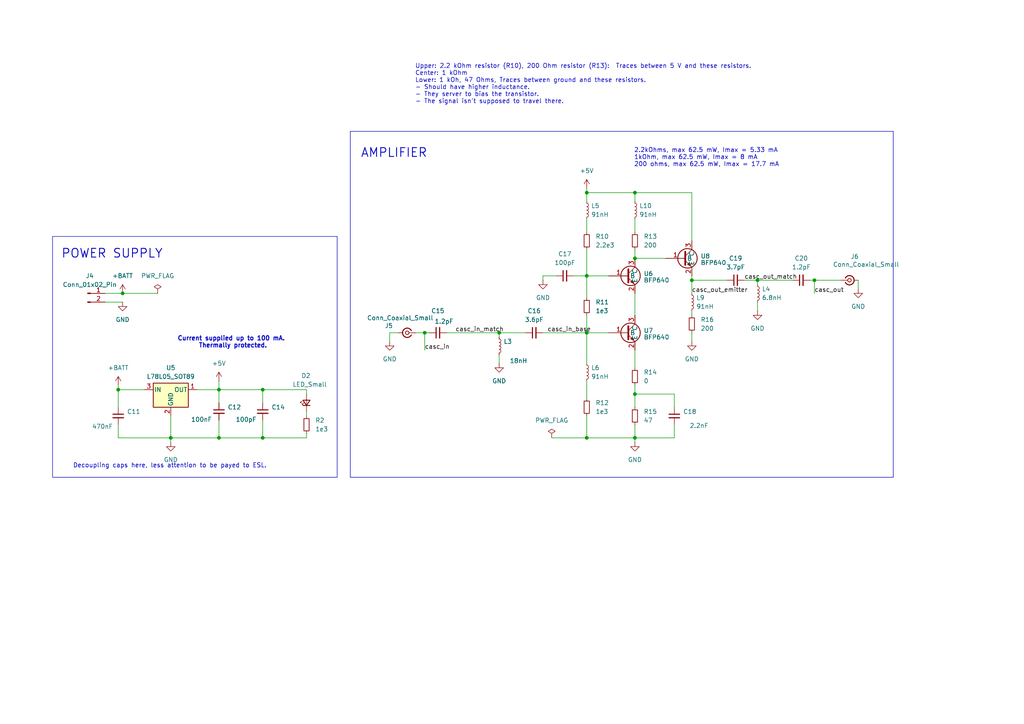
<source format=kicad_sch>
(kicad_sch (version 20231120) (generator "eeschema") (generator_version "8.0")
  (paper "A4")
  (lib_symbols
    (symbol "BFP640_1"
      (property "Reference" "U" (at 4.064 -0.762 0))
      (symbol "BFP640_1_0_1"
        (circle (center -1.27 0) (radius 2.8194) (stroke (width 0.254)))
        (polyline (pts (xy -1.905 0.635) (xy 0 2.54)))
        (polyline (pts (xy -1.905 -0.635) (xy 0 -2.54) (xy 0 -2.54)))
        (polyline (pts (xy -1.905 1.905) (xy -1.905 -1.905) (xy -1.905 -1.905)) (stroke (width 0.508)))
        (polyline (pts (xy -1.27 -1.778) (xy -0.762 -1.27) (xy -0.254 -2.286) (xy -1.27 -1.778) (xy -1.27 -1.778)) (fill (type outline)))
      )
      (symbol "BFP640_1_1_1"
        (pin input line (at -7.62 0 0) (length 5.715) (name "B") (number "1"))
        (pin passive line (at 0 -5.08 90) (length 2.54) (name "E") (number "2"))
        (pin passive line (at 0 5.08 270) (length 2.54) (name "C") (number "3"))
      )
    )
    (symbol "Connector:Conn_01x02_Pin" (pin_names (offset 1.016) hide)
      (property "Reference" "J" (at 0 2.54 0))
      (property "Value" "Conn_01x02_Pin" (at 0 -5.08 0))
      (symbol "Conn_01x02_Pin_1_1"
        (polyline (pts (xy 1.27 -2.54) (xy 0.8636 -2.54)) (stroke (width 0.1524)))
        (polyline (pts (xy 1.27 0) (xy 0.8636 0)) (stroke (width 0.1524)))
        (rectangle (start 0.8636 -2.413) (end 0 -2.667) (stroke (width 0.1524)) (fill (type outline)))
        (rectangle (start 0.8636 0.127) (end 0 -0.127) (stroke (width 0.1524)) (fill (type outline)))
        (pin passive line (at 5.08 0 180) (length 3.81) (name "Pin_1") (number "1"))
        (pin passive line (at 5.08 -2.54 180) (length 3.81) (name "Pin_2") (number "2"))
      )
    )
    (symbol "Connector:Conn_Coaxial_Small" (pin_numbers hide) (pin_names (offset 1.016) hide)
      (property "Reference" "J" (at 0.254 3.048 0))
      (property "Value" "Conn_Coaxial_Small" (at 0 -3.81 0))
      (symbol "Conn_Coaxial_Small_0_1"
        (polyline (pts (xy -2.54 0) (xy -0.508 0)))
        (circle (center 0 0) (radius 0.508) (stroke (width 0.2032)))
      )
      (symbol "Conn_Coaxial_Small_1_1"
        (arc (start -1.1916 -0.6311) (mid 0.327 -1.3081) (end 1.3484 0.0039) (stroke (width 0.3048)))
        (arc (start 1.3484 -0.0039) (mid 0.327 1.3081) (end -1.1916 0.6311) (stroke (width 0.3048)))
        (pin passive line (at -2.54 0 0) (length 1.27) (name "In") (number "1"))
        (pin passive line (at 2.54 0 180) (length 1.27) (name "Ext") (number "2"))
      )
    )
    (symbol "Device:C_Small" (pin_numbers hide) (pin_names (offset 0.254) hide)
      (property "Reference" "C" (at 0.254 1.778 0))
      (property "Value" "C_Small" (at 0.254 -2.032 0))
      (symbol "C_Small_0_1"
        (polyline (pts (xy -1.524 -0.508) (xy 1.524 -0.508)) (stroke (width 0.3302)))
        (polyline (pts (xy -1.524 0.508) (xy 1.524 0.508)) (stroke (width 0.3048)))
      )
      (symbol "C_Small_1_1"
        (pin passive line (at 0 2.54 270) (length 2.032) (name "~") (number "1"))
        (pin passive line (at 0 -2.54 90) (length 2.032) (name "~") (number "2"))
      )
    )
    (symbol "Device:LED_Small" (pin_numbers hide) (pin_names (offset 0.254) hide)
      (property "Reference" "D" (at -1.27 3.175 0))
      (property "Value" "LED_Small" (at -4.445 -2.54 0))
      (symbol "LED_Small_0_1"
        (polyline (pts (xy -0.762 -1.016) (xy -0.762 1.016)) (stroke (width 0.254)))
        (polyline (pts (xy 1.016 0) (xy -0.762 0)))
        (polyline (pts (xy 0.762 -1.016) (xy -0.762 0) (xy 0.762 1.016) (xy 0.762 -1.016)) (stroke (width 0.254)))
        (polyline (pts (xy 0 0.762) (xy -0.508 1.27) (xy -0.254 1.27) (xy -0.508 1.27) (xy -0.508 1.016)))
        (polyline (pts (xy 0.508 1.27) (xy 0 1.778) (xy 0.254 1.778) (xy 0 1.778) (xy 0 1.524)))
      )
      (symbol "LED_Small_1_1"
        (pin passive line (at -2.54 0 0) (length 1.778) (name "K") (number "1"))
        (pin passive line (at 2.54 0 180) (length 1.778) (name "A") (number "2"))
      )
    )
    (symbol "Device:L_Small" (pin_numbers hide) (pin_names (offset 0.254) hide)
      (property "Reference" "L" (at 0.762 1.016 0))
      (property "Value" "L_Small" (at 0.762 -1.016 0))
      (symbol "L_Small_0_1"
        (arc (start 0 -2.032) (mid 0.5058 -1.524) (end 0 -1.016))
        (arc (start 0 -1.016) (mid 0.5058 -0.508) (end 0 0))
        (arc (start 0 0) (mid 0.5058 0.508) (end 0 1.016))
        (arc (start 0 1.016) (mid 0.5058 1.524) (end 0 2.032))
      )
      (symbol "L_Small_1_1"
        (pin passive line (at 0 2.54 270) (length 0.508) (name "~") (number "1"))
        (pin passive line (at 0 -2.54 90) (length 0.508) (name "~") (number "2"))
      )
    )
    (symbol "Device:R_Small" (pin_numbers hide) (pin_names (offset 0.254) hide)
      (property "Reference" "R" (at 0.762 0.508 0))
      (property "Value" "R_Small" (at 0.762 -1.016 0))
      (symbol "R_Small_0_1"
        (rectangle (start -0.762 1.778) (end 0.762 -1.778) (stroke (width 0.2032)))
      )
      (symbol "R_Small_1_1"
        (pin passive line (at 0 2.54 270) (length 0.762) (name "~") (number "1"))
        (pin passive line (at 0 -2.54 90) (length 0.762) (name "~") (number "2"))
      )
    )
    (symbol "Regulator_Linear:L78L05_SOT89" (pin_names (offset 0.254))
      (property "Reference" "U" (at -3.81 3.175 0))
      (property "Value" "L78L05_SOT89" (at -0.635 3.175 0))
      (symbol "L78L05_SOT89_0_1"
        (rectangle (start -5.08 1.905) (end 5.08 -5.08) (stroke (width 0.254)) (fill (type background)))
      )
      (symbol "L78L05_SOT89_1_1"
        (pin power_out line (at 7.62 0 180) (length 2.54) (name "OUT") (number "1"))
        (pin power_in line (at 0 -7.62 90) (length 2.54) (name "GND") (number "2"))
        (pin power_in line (at -7.62 0 0) (length 2.54) (name "IN") (number "3"))
      )
    )
    (symbol "power:+5V" (power) (pin_numbers hide) (pin_names (offset 0) hide)
      (property "Value" "+5V" (at 0 3.556 0))
      (symbol "+5V_0_1"
        (polyline (pts (xy -0.762 1.27) (xy 0 2.54)))
        (polyline (pts (xy 0 0) (xy 0 2.54)))
        (polyline (pts (xy 0 2.54) (xy 0.762 1.27)))
      )
      (symbol "+5V_1_1"
        (pin power_in line (at 0 0 90) (length 0) (name "~") (number "1"))
      )
    )
    (symbol "power:+BATT" (power) (pin_numbers hide) (pin_names (offset 0) hide)
      (property "Value" "+BATT" (at 0 3.556 0))
      (symbol "+BATT_0_1"
        (polyline (pts (xy -0.762 1.27) (xy 0 2.54)))
        (polyline (pts (xy 0 0) (xy 0 2.54)))
        (polyline (pts (xy 0 2.54) (xy 0.762 1.27)))
      )
      (symbol "+BATT_1_1"
        (pin power_in line (at 0 0 90) (length 0) (name "~") (number "1"))
      )
    )
    (symbol "power:GND" (power) (pin_numbers hide) (pin_names (offset 0) hide)
      (property "Value" "GND" (at 0 -3.81 0))
      (symbol "GND_0_1"
        (polyline (pts (xy 0 0) (xy 0 -1.27) (xy 1.27 -1.27) (xy 0 -2.54) (xy -1.27 -1.27) (xy 0 -1.27)))
      )
      (symbol "GND_1_1"
        (pin power_in line (at 0 0 270) (length 0) (name "~") (number "1"))
      )
    )
    (symbol "power:PWR_FLAG" (power) (pin_numbers hide) (pin_names (offset 0) hide)
      (property "Value" "PWR_FLAG" (at 0 3.81 0))
      (symbol "PWR_FLAG_0_0"
        (pin power_out line (at 0 0 90) (length 0) (name "~") (number "1"))
      )
      (symbol "PWR_FLAG_0_1"
        (polyline (pts (xy 0 0) (xy 0 1.27) (xy -1.016 1.905) (xy 0 2.54) (xy 1.016 1.905) (xy 0 1.27)))
      )
    )
  )
  (junction (at 170.18 55.88))
  (junction (at 76.2 113.03))
  (junction (at 170.18 127))
  (junction (at 236.22 81.28))
  (junction (at 144.78 96.52))
  (junction (at 184.15 55.88))
  (junction (at 184.15 114.3))
  (junction (at 63.5 127))
  (junction (at 49.53 127))
  (junction (at 219.71 81.28))
  (junction (at 76.2 127))
  (junction (at 170.18 80.01))
  (junction (at 35.56 85.09))
  (junction (at 34.29 113.03))
  (junction (at 200.66 81.28))
  (junction (at 63.5 113.03))
  (junction (at 184.15 74.93))
  (junction (at 184.15 127))
  (junction (at 170.18 96.52))
  (junction (at 123.19 96.52))
  (wire (pts (xy 160.02 127) (xy 170.18 127)))
  (wire (pts (xy 170.18 55.88) (xy 170.18 58.42)))
  (wire (pts (xy 170.18 110.49) (xy 170.18 115.57)))
  (wire (pts (xy 200.66 81.28) (xy 210.82 81.28)))
  (wire (pts (xy 184.15 55.88) (xy 184.15 58.42)))
  (wire (pts (xy 170.18 63.5) (xy 170.18 67.31)))
  (wire (pts (xy 113.03 96.52) (xy 115.57 96.52)))
  (wire (pts (xy 113.03 99.06) (xy 113.03 96.52)))
  (wire (pts (xy 157.48 96.52) (xy 170.18 96.52)))
  (wire (pts (xy 184.15 72.39) (xy 184.15 74.93)))
  (wire (pts (xy 123.19 96.52) (xy 120.65 96.52)))
  (wire (pts (xy 123.19 96.52) (xy 124.46 96.52)))
  (wire (pts (xy 184.15 101.6) (xy 184.15 106.68)))
  (wire (pts (xy 184.15 114.3) (xy 184.15 118.11)))
  (wire (pts (xy 76.2 113.03) (xy 88.9 113.03)))
  (wire (pts (xy 63.5 110.49) (xy 63.5 113.03)))
  (wire (pts (xy 200.66 96.52) (xy 200.66 99.06)))
  (wire (pts (xy 184.15 127) (xy 195.58 127)))
  (wire (pts (xy 236.22 85.09) (xy 236.22 81.28)))
  (wire (pts (xy 161.29 80.01) (xy 157.48 80.01)))
  (wire (pts (xy 88.9 114.3) (xy 88.9 113.03)))
  (wire (pts (xy 63.5 113.03) (xy 76.2 113.03)))
  (wire (pts (xy 157.48 80.01) (xy 157.48 81.28)))
  (wire (pts (xy 63.5 127) (xy 76.2 127)))
  (wire (pts (xy 219.71 81.28) (xy 219.71 82.55)))
  (wire (pts (xy 195.58 123.19) (xy 195.58 127)))
  (wire (pts (xy 170.18 80.01) (xy 176.53 80.01)))
  (wire (pts (xy 236.22 81.28) (xy 243.84 81.28)))
  (wire (pts (xy 170.18 86.36) (xy 170.18 80.01)))
  (wire (pts (xy 35.56 85.09) (xy 45.72 85.09)))
  (wire (pts (xy 166.37 80.01) (xy 170.18 80.01)))
  (wire (pts (xy 144.78 96.52) (xy 144.78 97.79)))
  (wire (pts (xy 57.15 113.03) (xy 63.5 113.03)))
  (wire (pts (xy 88.9 125.73) (xy 88.9 127)))
  (wire (pts (xy 195.58 114.3) (xy 195.58 118.11)))
  (wire (pts (xy 170.18 54.61) (xy 170.18 55.88)))
  (wire (pts (xy 41.91 113.03) (xy 34.29 113.03)))
  (wire (pts (xy 200.66 90.17) (xy 200.66 91.44)))
  (wire (pts (xy 200.66 80.01) (xy 200.66 81.28)))
  (wire (pts (xy 34.29 111.76) (xy 34.29 113.03)))
  (wire (pts (xy 234.95 81.28) (xy 236.22 81.28)))
  (wire (pts (xy 49.53 128.27) (xy 49.53 127)))
  (wire (pts (xy 63.5 121.92) (xy 63.5 127)))
  (wire (pts (xy 34.29 127) (xy 49.53 127)))
  (wire (pts (xy 30.48 87.63) (xy 35.56 87.63)))
  (wire (pts (xy 248.92 81.28) (xy 248.92 83.82)))
  (wire (pts (xy 49.53 127) (xy 63.5 127)))
  (wire (pts (xy 49.53 120.65) (xy 49.53 127)))
  (wire (pts (xy 170.18 96.52) (xy 170.18 105.41)))
  (wire (pts (xy 76.2 116.84) (xy 76.2 113.03)))
  (wire (pts (xy 34.29 123.19) (xy 34.29 127)))
  (wire (pts (xy 184.15 55.88) (xy 200.66 55.88)))
  (wire (pts (xy 170.18 91.44) (xy 170.18 96.52)))
  (wire (pts (xy 184.15 123.19) (xy 184.15 127)))
  (wire (pts (xy 184.15 127) (xy 184.15 128.27)))
  (wire (pts (xy 144.78 102.87) (xy 144.78 105.41)))
  (wire (pts (xy 184.15 85.09) (xy 184.15 91.44)))
  (wire (pts (xy 184.15 111.76) (xy 184.15 114.3)))
  (wire (pts (xy 170.18 127) (xy 184.15 127)))
  (wire (pts (xy 88.9 119.38) (xy 88.9 120.65)))
  (wire (pts (xy 30.48 85.09) (xy 35.56 85.09)))
  (wire (pts (xy 76.2 121.92) (xy 76.2 127)))
  (wire (pts (xy 200.66 81.28) (xy 200.66 85.09)))
  (wire (pts (xy 34.29 113.03) (xy 34.29 118.11)))
  (wire (pts (xy 123.19 101.6) (xy 123.19 96.52)))
  (wire (pts (xy 170.18 120.65) (xy 170.18 127)))
  (wire (pts (xy 170.18 55.88) (xy 184.15 55.88)))
  (wire (pts (xy 170.18 96.52) (xy 176.53 96.52)))
  (wire (pts (xy 215.9 81.28) (xy 219.71 81.28)))
  (wire (pts (xy 184.15 74.93) (xy 193.04 74.93)))
  (wire (pts (xy 184.15 63.5) (xy 184.15 67.31)))
  (wire (pts (xy 219.71 81.28) (xy 229.87 81.28)))
  (wire (pts (xy 144.78 96.52) (xy 152.4 96.52)))
  (wire (pts (xy 184.15 114.3) (xy 195.58 114.3)))
  (wire (pts (xy 170.18 80.01) (xy 170.18 72.39)))
  (wire (pts (xy 63.5 116.84) (xy 63.5 113.03)))
  (wire (pts (xy 219.71 87.63) (xy 219.71 90.17)))
  (wire (pts (xy 129.54 96.52) (xy 144.78 96.52)))
  (wire (pts (xy 76.2 127) (xy 88.9 127)))
  (wire (pts (xy 200.66 55.88) (xy 200.66 69.85)))
  (rectangle (start 15.24 68.58) (end 97.79 138.43))
  (rectangle (start 101.6 38.1) (end 259.08 138.43))
  (text "AMPLIFIER\n" (at 114.3 44.45 0) (effects (font (size 2.54 2.54) (thickness 0.254) (bold yes))))
  (text "2.2kOhms, max 62.5 mW, Imax = 5.33 mA \n1kOhm, max 62.5 mW, Imax = 8 mA\n200 ohms, max 62.5 mW, Imax = 17.7 mA" (at 183.896 45.72 0) (effects (font (size 1.27 1.27) (thickness 0.1588)) (justify left)))
  (text "Upper: 2.2 kOhm resistor (R10), 200 Ohm resistor (R13):  Traces between 5 V and these resistors.\nCenter: 1 kOhm\nLower: 1 kOh, 47 Ohms, Traces between ground and these resistors.\n- Should have higher inductance.\n- They server to bias the transistor.\n- The signal isn't supposed to travel there." (at 120.396 24.384 0) (effects (font (size 1.27 1.27)) (justify left)))
  (text "Current supplied up to 100 mA. \nThermally protected." (at 67.564 99.314 0) (effects (font (size 1.27 1.27) (thickness 0.254) (bold yes))))
  (text "Decoupling caps here, less attention to be payed to ESL." (at 49.276 135.128 0) (effects (font (size 1.27 1.27) (thickness 0.1588))))
  (text "POWER SUPPLY" (at 32.512 73.66 0) (effects (font (size 2.54 2.54) (thickness 0.254) (bold yes))))
  (label "casc_in" (at 123.19 101.6 0))
  (label "casc_out" (at 236.22 85.09 0))
  (label "casc_in_match" (at 132.08 96.52 0))
  (label "casc_in_base" (at 158.75 96.52 0))
  (label "casc_out_emitter" (at 200.66 85.09 0))
  (label "casc_out_match" (at 215.9 81.28 0))
  (symbol (lib_id "Device:C_Small") (at 163.83 80.01 90) (unit 1)
    (property "Reference" "C17" (at 163.8363 73.66 90))
    (property "Value" "100pF" (at 163.8363 76.2 90))
    (property "Footprint" "Capacitor_SMD:C_0402_1005Metric" (effects (hide yes)))
    (property "Datasheet" "https://www.lcsc.com/datasheet/lcsc_datasheet_2304140030_FH--Guangdong-Fenghua-Advanced-Tech-0402CG101J500NT_C1546.pdf" (effects (hide yes)))
    (property "Description" "Unpolarized capacitor, small symbol" (effects (hide yes)))
    (property "LCSC Part Number" "C1546" (effects (hide yes)))
    (property "Manufacturing Part Number" "0402CG101J500NT" (effects (hide yes)))
  )
  (symbol (lib_id "Device:R_Small") (at 200.66 93.98 0) (unit 1)
    (property "Reference" "R16" (at 203.2 92.7099 0) (effects (justify left)))
    (property "Value" "200" (at 203.2 95.2499 0) (effects (justify left)))
    (property "Footprint" "Resistor_SMD:R_0402_1005Metric" (effects (hide yes)))
    (property "Datasheet" "https://www.lcsc.com/datasheet/lcsc_datasheet_2206010216_UNI-ROYAL-Uniroyal-Elec-0402WGF0000TCE_C17168.pdf" (effects (hide yes)))
    (property "Description" "Resistor, small symbol" (effects (hide yes)))
    (property "LCSC Part Number" "C25091" (effects (hide yes)))
    (property "Manufacturing Part Number" "0402WGF2200TCE" (effects (hide yes)))
  )
  (symbol (lib_id "power:GND") (at 157.48 81.28 0) (unit 1)
    (property "Reference" "#PWR021" (effects (hide yes)))
    (property "Value" "GND" (at 157.48 86.36 0))
    (property "Description" "Power symbol creates a global label with name \"GND\" , ground" (effects (hide yes)))
  )
  (symbol (lib_id "power:GND") (at 248.92 83.82 0) (unit 1)
    (property "Reference" "#PWR026" (effects (hide yes)))
    (property "Value" "GND" (at 248.92 88.9 0))
    (property "Description" "Power symbol creates a global label with name \"GND\" , ground" (effects (hide yes)))
  )
  (symbol (lib_id "Device:L_Small") (at 184.15 60.96 0) (unit 1)
    (property "Reference" "L10" (at 185.42 59.6899 0) (effects (justify left)))
    (property "Value" "91nH" (at 185.42 62.2299 0) (effects (justify left)))
    (property "Footprint" "Inductor_SMD:L_0603_1608Metric" (effects (hide yes)))
    (property "Datasheet" "https://www.lcsc.com/datasheet/lcsc_datasheet_2304140030_Murata-Electronics-LQW18AN91NG0ZD_C237546.pdf" (effects (hide yes)))
    (property "Description" "Inductor, small symbol" (effects (hide yes)))
    (property "LCSC Part Number" "C237546" (effects (hide yes)))
    (property "Manufacturing Part Number" "LQW18AN91NG0ZD" (effects (hide yes)))
  )
  (symbol (lib_id "Connector:Conn_01x02_Pin") (at 25.4 85.09 0) (unit 1)
    (property "Reference" "J4" (at 26.035 80.01 0))
    (property "Value" "Conn_01x02_Pin" (at 26.035 82.55 0))
    (property "Footprint" "Connector_Wire:SolderWire-0.25sqmm_1x02_P4.2mm_D0.65mm_OD1.7mm" (effects (hide yes)))
    (property "Description" "Generic connector, single row, 01x02, script generated" (effects (hide yes)))
  )
  (symbol (lib_id "Device:C_Small") (at 34.29 120.65 0) (unit 1)
    (property "Reference" "C11" (at 36.83 119.3862 0) (effects (justify left)))
    (property "Value" "470nF" (at 26.67 123.698 0) (effects (justify left)))
    (property "Footprint" "Capacitor_SMD:C_0603_1608Metric" (effects (hide yes)))
    (property "Datasheet" "https://www.lcsc.com/datasheet/lcsc_datasheet_2304140030_Samsung-Electro-Mechanics-CL10B474KA8NNNC_C1623.pdf" (effects (hide yes)))
    (property "Description" "Unpolarized capacitor, small symbol" (effects (hide yes)))
    (property "LCSC Part Number" "C1623" (effects (hide yes)))
    (property "Manufacturing Part Number" "CL10B474KA8NNNC" (effects (hide yes)))
  )
  (symbol (lib_id "Device:L_Small") (at 170.18 60.96 0) (unit 1)
    (property "Reference" "L5" (at 171.45 59.6899 0) (effects (justify left)))
    (property "Value" "91nH" (at 171.45 62.2299 0) (effects (justify left)))
    (property "Footprint" "Inductor_SMD:L_0603_1608Metric" (effects (hide yes)))
    (property "Datasheet" "https://www.lcsc.com/datasheet/lcsc_datasheet_2304140030_Murata-Electronics-LQW18AN91NG0ZD_C237546.pdf" (effects (hide yes)))
    (property "Description" "Inductor, small symbol" (effects (hide yes)))
    (property "LCSC Part Number" "C237546" (effects (hide yes)))
    (property "Manufacturing Part Number" "LQW18AN91NG0ZD" (effects (hide yes)))
  )
  (symbol (lib_id "Device:L_Small") (at 219.71 85.09 0) (unit 1)
    (property "Reference" "L4" (at 220.98 83.8199 0) (effects (justify left)))
    (property "Value" "6.8nH" (at 220.98 86.3599 0) (effects (justify left)))
    (property "Footprint" "Inductor_SMD:L_0402_1005Metric" (effects (hide yes)))
    (property "Datasheet" "https://media.digikey.com/pdf/Data%20Sheets/Shenzhen%20Sunlord/SDCL-D.pdf" (effects (hide yes)))
    (property "Description" "Inductor, small symbol" (effects (hide yes)))
    (property "LCSC Part Number" "C32041" (effects (hide yes)))
    (property "Manufacturing Part Number" "SDCL1005C6N8JTDF" (effects (hide yes)))
  )
  (symbol (lib_id "Device:C_Small") (at 127 96.52 90) (unit 1)
    (property "Reference" "C15" (at 127.0063 90.17 90))
    (property "Value" "1.2pF" (at 128.778 93.218 90))
    (property "Footprint" "Capacitor_SMD:C_0402_1005Metric" (effects (hide yes)))
    (property "Datasheet" "https://wmsc.lcsc.com/wmsc/upload/file/pdf/v2/lcsc/1811081710_Murata-Electronics-GJM1555C1H1R2WB01D_C76899.pdf" (effects (hide yes)))
    (property "Description" "Unpolarized capacitor, small symbol" (effects (hide yes)))
    (property "LCSC Part Number" "C76899" (effects (hide yes)))
    (property "Manufacturing Part Number" "GJM1555C1H1R2WB01D" (effects (hide yes)))
  )
  (symbol (lib_id "power:PWR_FLAG") (at 45.72 85.09 0) (unit 1)
    (property "Reference" "#FLG03" (effects (hide yes)))
    (property "Value" "PWR_FLAG" (at 45.72 80.01 0))
    (property "Description" "Special symbol for telling ERC where power comes from" (effects (hide yes)))
  )
  (symbol (lib_id "power:PWR_FLAG") (at 160.02 127 0) (unit 1)
    (property "Reference" "#FLG04" (effects (hide yes)))
    (property "Value" "PWR_FLAG" (at 160.02 121.92 0))
    (property "Description" "Special symbol for telling ERC where power comes from" (effects (hide yes)))
  )
  (symbol (lib_id "power:+5V") (at 170.18 54.61 0) (unit 1)
    (property "Reference" "#PWR022" (effects (hide yes)))
    (property "Value" "+5V" (at 170.18 49.53 0))
    (property "Description" "Power symbol creates a global label with name \"+5V\"" (effects (hide yes)))
  )
  (symbol (lib_id "power:+BATT") (at 35.56 85.09 0) (unit 1)
    (property "Reference" "#PWR015" (effects (hide yes)))
    (property "Value" "+BATT" (at 35.56 80.01 0))
    (property "Description" "Power symbol creates a global label with name \"+BATT\"" (effects (hide yes)))
  )
  (symbol (lib_id "Device:L_Small") (at 200.66 87.63 0) (unit 1)
    (property "Reference" "L9" (at 201.93 86.3599 0) (effects (justify left)))
    (property "Value" "91nH" (at 201.93 88.8999 0) (effects (justify left)))
    (property "Footprint" "Inductor_SMD:L_0603_1608Metric" (effects (hide yes)))
    (property "Datasheet" "https://www.lcsc.com/datasheet/lcsc_datasheet_2304140030_Murata-Electronics-LQW18AN91NG0ZD_C237546.pdf" (effects (hide yes)))
    (property "Description" "Inductor, small symbol" (effects (hide yes)))
    (property "LCSC Part Number" "C237546" (effects (hide yes)))
    (property "Manufacturing Part Number" "LQW18AN91NG0ZD" (effects (hide yes)))
  )
  (symbol (lib_id "Device:C_Small") (at 154.94 96.52 90) (unit 1)
    (property "Reference" "C16" (at 154.9463 90.17 90))
    (property "Value" "3.6pF" (at 154.9463 92.71 90))
    (property "Footprint" "Capacitor_SMD:C_0402_1005Metric" (effects (hide yes)))
    (property "Datasheet" "https://www.lcsc.com/datasheet/lcsc_datasheet_1811081521_Murata-Electronics-GJM1555C1H3R6WB01D_C161321.pdf" (effects (hide yes)))
    (property "Description" "Unpolarized capacitor, small symbol" (effects (hide yes)))
    (property "LCSC Part Number" "C161321" (effects (hide yes)))
    (property "Manufacturing Part Number" "GJM1555C1H3R6WB01D" (effects (hide yes)))
  )
  (symbol (lib_id "power:GND") (at 184.15 128.27 0) (unit 1)
    (property "Reference" "#PWR023" (effects (hide yes)))
    (property "Value" "GND" (at 184.15 133.35 0))
    (property "Description" "Power symbol creates a global label with name \"GND\" , ground" (effects (hide yes)))
  )
  (symbol (lib_id "Device:R_Small") (at 184.15 120.65 0) (unit 1)
    (property "Reference" "R15" (at 186.69 119.3799 0) (effects (justify left)))
    (property "Value" "47" (at 186.69 121.9199 0) (effects (justify left)))
    (property "Footprint" "Capacitor_SMD:C_0402_1005Metric" (effects (hide yes)))
    (property "Datasheet" "https://www.lcsc.com/datasheet/lcsc_datasheet_2206010216_UNI-ROYAL-Uniroyal-Elec-0402WGF0000TCE_C17168.pdf" (effects (hide yes)))
    (property "Description" "Resistor, small symbol" (effects (hide yes)))
    (property "LCSC Part Number" "C4109" (effects (hide yes)))
    (property "Manufacturing Part Number" "0402WGF2001TCE" (effects (hide yes)))
  )
  (symbol (lib_id "Device:C_Small") (at 213.36 81.28 90) (unit 1)
    (property "Reference" "C19" (at 213.3663 74.93 90))
    (property "Value" "3.7pF" (at 213.3663 77.47 90))
    (property "Footprint" "Capacitor_SMD:C_0402_1005Metric" (effects (hide yes)))
    (property "Datasheet" "https://www.lcsc.com/datasheet/lcsc_datasheet_1811081521_Murata-Electronics-GJM1555C1H3R6WB01D_C161321.pdf" (effects (hide yes)))
    (property "Description" "Unpolarized capacitor, small symbol" (effects (hide yes)))
    (property "LCSC Part Number" "C161321" (effects (hide yes)))
    (property "Manufacturing Part Number" "GJM1555C1H3R6WB01D" (effects (hide yes)))
  )
  (symbol (lib_id "Device:LED_Small") (at 88.9 116.84 90) (unit 1)
    (property "Reference" "D2" (at 87.376 108.966 90) (effects (justify right)))
    (property "Value" "LED_Small" (at 84.836 111.506 90) (effects (justify right)))
    (property "Footprint" "LED_SMD:LED_0603_1608Metric" (effects (hide yes)))
    (property "Datasheet" "https://jlcpcb.com/api/file/downloadByFileSystemAccessId/8550723991833485312" (effects (hide yes)))
    (property "Description" "Light emitting diode, small symbol" (effects (hide yes)))
    (property "LCSC Part Number" "C2286" (effects (hide yes)))
    (property "Manufacturing Part Number" "KT-0603R" (effects (hide yes)))
  )
  (symbol (lib_id "power:GND") (at 49.53 128.27 0) (unit 1)
    (property "Reference" "#PWR017" (effects (hide yes)))
    (property "Value" "GND" (at 49.53 133.35 0))
    (property "Description" "Power symbol creates a global label with name \"GND\" , ground" (effects (hide yes)))
  )
  (symbol (lib_id "Device:C_Small") (at 76.2 119.38 0) (unit 1)
    (property "Reference" "C14" (at 78.74 118.1162 0) (effects (justify left)))
    (property "Value" "100pF" (at 74.422 121.666 0) (effects (justify right)))
    (property "Footprint" "Capacitor_SMD:C_0402_1005Metric" (effects (hide yes)))
    (property "Datasheet" "https://www.lcsc.com/datasheet/lcsc_datasheet_2304140030_Samsung-Electro-Mechanics-CL10C101JB8NNNC_C14858.pdf" (effects (hide yes)))
    (property "Description" "Unpolarized capacitor, small symbol" (effects (hide yes)))
    (property "LCSC Part Number" "C1546" (effects (hide yes)))
    (property "Manufacturing Part Number" "0402CG101J500NT" (effects (hide yes)))
  )
  (symbol (lib_id "Device:R_Small") (at 170.18 69.85 0) (unit 1)
    (property "Reference" "R10" (at 172.72 68.5799 0) (effects (justify left)))
    (property "Value" "2.2e3" (at 172.72 71.1199 0) (effects (justify left)))
    (property "Footprint" "Resistor_SMD:R_0402_1005Metric" (effects (hide yes)))
    (property "Datasheet" "https://www.lcsc.com/datasheet/lcsc_datasheet_2206010045_UNI-ROYAL-Uniroyal-Elec-0402WGF2201TCE_C25879.pdf" (effects (hide yes)))
    (property "Description" "Resistor, small symbol" (effects (hide yes)))
    (property "LCSC Part Number" "C25879" (effects (hide yes)))
    (property "Manufacturing Part Number" "0402WGF2201TCE" (effects (hide yes)))
  )
  (symbol (lib_id "Device:R_Small") (at 184.15 69.85 0) (unit 1)
    (property "Reference" "R13" (at 186.69 68.5799 0) (effects (justify left)))
    (property "Value" "200" (at 186.69 71.1199 0) (effects (justify left)))
    (property "Footprint" "Resistor_SMD:R_0402_1005Metric" (effects (hide yes)))
    (property "Datasheet" "https://www.lcsc.com/datasheet/lcsc_datasheet_2206010216_UNI-ROYAL-Uniroyal-Elec-0402WGF0000TCE_C17168.pdf" (effects (hide yes)))
    (property "Description" "Resistor, small symbol" (effects (hide yes)))
    (property "LCSC Part Number" "C25091" (effects (hide yes)))
    (property "Manufacturing Part Number" "0402WGF2200TCE" (effects (hide yes)))
  )
  (symbol (lib_id "power:+5V") (at 63.5 110.49 0) (unit 1)
    (property "Reference" "#PWR018" (effects (hide yes)))
    (property "Value" "+5V" (at 63.5 105.41 0))
    (property "Description" "Power symbol creates a global label with name \"+5V\"" (effects (hide yes)))
  )
  (symbol (lib_id "Device:C_Small") (at 63.5 119.38 0) (unit 1)
    (property "Reference" "C12" (at 66.04 118.1162 0) (effects (justify left)))
    (property "Value" "100nF" (at 61.468 121.666 0) (effects (justify right)))
    (property "Footprint" "Capacitor_SMD:C_0402_1005Metric" (effects (hide yes)))
    (property "Datasheet" "https://www.lcsc.com/datasheet/lcsc_datasheet_2304140030_Samsung-Electro-Mechanics-CL05B104KO5NNNC_C1525.pdf" (effects (hide yes)))
    (property "Description" "Unpolarized capacitor, small symbol" (effects (hide yes)))
    (property "LCSC Part Number" "C1525" (effects (hide yes)))
    (property "Manufacturing Part Number" "CL05B104KO5NNNC" (effects (hide yes)))
  )
  (symbol (lib_id "Connector:Conn_Coaxial_Small") (at 246.38 81.28 0) (unit 1)
    (property "Reference" "J6" (at 247.904 74.422 0))
    (property "Value" "Conn_Coaxial_Small" (at 251.206 76.708 0))
    (property "Footprint" "Library:SMA_Amphenol_901-143_Vertical" (effects (hide yes)))
    (property "Datasheet" "https://www.lcsc.com/datasheet/lcsc_datasheet_2405210917_BAT-WIRELESS-BWSMA-KE-Z001_C496549.pdf" (effects (hide yes)))
    (property "Description" "small coaxial connector (BNC, SMA, SMB, SMC, Cinch/RCA, LEMO, ...)" (effects (hide yes)))
    (property "LCSC Part Number" "C496549" (effects (hide yes)))
    (property "Manufacturing Part Number" "BWSMA-KE-Z001" (effects (hide yes)))
  )
  (symbol (lib_id "power:+BATT") (at 34.29 111.76 0) (unit 1)
    (property "Reference" "#PWR014" (effects (hide yes)))
    (property "Value" "+BATT" (at 34.29 106.68 0))
    (property "Description" "Power symbol creates a global label with name \"+BATT\"" (effects (hide yes)))
  )
  (symbol (lib_id "power:GND") (at 200.66 99.06 0) (unit 1)
    (property "Reference" "#PWR024" (effects (hide yes)))
    (property "Value" "GND" (at 200.66 104.14 0))
    (property "Description" "Power symbol creates a global label with name \"GND\" , ground" (effects (hide yes)))
  )
  (symbol (lib_id "Device:C_Small") (at 232.41 81.28 90) (unit 1)
    (property "Reference" "C20" (at 232.4163 74.93 90))
    (property "Value" "1.2pF" (at 232.4163 77.47 90))
    (property "Footprint" "Capacitor_SMD:C_0402_1005Metric" (effects (hide yes)))
    (property "Datasheet" "https://wmsc.lcsc.com/wmsc/upload/file/pdf/v2/lcsc/1811081710_Murata-Electronics-GJM1555C1H1R2WB01D_C76899.pdf" (effects (hide yes)))
    (property "Description" "Unpolarized capacitor, small symbol" (effects (hide yes)))
    (property "LCSC Part Number" "C76899" (effects (hide yes)))
    (property "Manufacturing Part Number" "GJM1555C1H1R2WB01D" (effects (hide yes)))
  )
  (symbol (lib_id "Device:L_Small") (at 170.18 107.95 0) (unit 1)
    (property "Reference" "L6" (at 171.45 106.6799 0) (effects (justify left)))
    (property "Value" "91nH" (at 171.45 109.2199 0) (effects (justify left)))
    (property "Footprint" "Inductor_SMD:L_0603_1608Metric" (effects (hide yes)))
    (property "Datasheet" "https://www.lcsc.com/datasheet/lcsc_datasheet_2304140030_Murata-Electronics-LQW18AN91NG0ZD_C237546.pdf" (effects (hide yes)))
    (property "Description" "Inductor, small symbol" (effects (hide yes)))
    (property "LCSC Part Number" "C237546" (effects (hide yes)))
    (property "Manufacturing Part Number" "LQW18AN91NG0ZD" (effects (hide yes)))
  )
  (symbol (lib_id "Connector:Conn_Coaxial_Small") (at 118.11 96.52 180) (unit 1)
    (property "Reference" "J5" (at 112.776 94.488 0))
    (property "Value" "Conn_Coaxial_Small" (at 116.078 92.202 0))
    (property "Footprint" "Library:SMA_Amphenol_901-143_Vertical" (effects (hide yes)))
    (property "Datasheet" "https://www.lcsc.com/datasheet/lcsc_datasheet_2405210917_BAT-WIRELESS-BWSMA-KE-Z001_C496549.pdf" (effects (hide yes)))
    (property "Description" "small coaxial connector (BNC, SMA, SMB, SMC, Cinch/RCA, LEMO, ...)" (effects (hide yes)))
    (property "LCSC Part Number" "C496549" (effects (hide yes)))
    (property "Manufacturing Part Number" "BWSMA-KE-Z001" (effects (hide yes)))
  )
  (symbol (lib_id "power:GND") (at 113.03 99.06 0) (unit 1)
    (property "Reference" "#PWR019" (effects (hide yes)))
    (property "Value" "GND" (at 113.03 104.14 0))
    (property "Description" "Power symbol creates a global label with name \"GND\" , ground" (effects (hide yes)))
  )
  (symbol (lib_id "Device:L_Small") (at 144.78 100.33 0) (unit 1)
    (property "Reference" "L3" (at 146.05 99.0599 0) (effects (justify left)))
    (property "Value" "18nH" (at 147.828 104.648 0) (effects (justify left)))
    (property "Footprint" "Inductor_SMD:L_0402_1005Metric" (effects (hide yes)))
    (property "Datasheet" "https://media.digikey.com/pdf/Data%20Sheets/Shenzhen%20Sunlord/SDCL-D.pdf" (effects (hide yes)))
    (property "Description" "Inductor, small symbol" (effects (hide yes)))
    (property "LCSC Part Number" "C24562" (effects (hide yes)))
    (property "Manufacturing Part Number" "SDCL1005C18NJTDF" (effects (hide yes)))
  )
  (symbol (lib_name "BFP640_1") (lib_id "rf_lna:BFP640") (at 200.66 74.93 0) (unit 1)
    (property "Reference" "U8" (at 203.2 74.2949 0) (effects (justify left)))
    (property "Value" "BFP640" (at 203.2 76.2 0) (effects (justify left)))
    (property "Footprint" "Library:BFP640" (effects (hide yes)))
    (property "Datasheet" "https://www.lcsc.com/datasheet/lcsc_datasheet_2304140030_Infineon-Technologies-BFP640H6327_C439781.pdf" (effects (hide yes)))
    (property "LCSC Part Number" "C439781" (effects (hide yes)))
    (property "Manufacturing Part Number" "BFP640H6327" (effects (hide yes)))
  )
  (symbol (lib_id "Device:R_Small") (at 170.18 118.11 0) (unit 1)
    (property "Reference" "R12" (at 172.72 116.8399 0) (effects (justify left)))
    (property "Value" "1e3" (at 172.72 119.3799 0) (effects (justify left)))
    (property "Footprint" "Resistor_SMD:R_0402_1005Metric" (effects (hide yes)))
    (property "Datasheet" "https://www.lcsc.com/datasheet/lcsc_datasheet_2206010216_UNI-ROYAL-Uniroyal-Elec-0402WGF0000TCE_C17168.pdf" (effects (hide yes)))
    (property "Description" "Resistor, small symbol" (effects (hide yes)))
    (property "Manufacturing Part Number" "0402WGF1001TCE" (effects (hide yes)))
    (property "LCSC Part Number" "C11702" (effects (hide yes)))
  )
  (symbol (lib_id "Device:R_Small") (at 170.18 88.9 0) (unit 1)
    (property "Reference" "R11" (at 172.72 87.6299 0) (effects (justify left)))
    (property "Value" "1e3" (at 172.72 90.1699 0) (effects (justify left)))
    (property "Footprint" "Resistor_SMD:R_0402_1005Metric" (effects (hide yes)))
    (property "Datasheet" "https://www.lcsc.com/datasheet/lcsc_datasheet_2206010216_UNI-ROYAL-Uniroyal-Elec-0402WGF0000TCE_C17168.pdf" (effects (hide yes)))
    (property "Description" "Resistor, small symbol" (effects (hide yes)))
    (property "Manufacturing Part Number" "0402WGF1001TCE" (effects (hide yes)))
    (property "LCSC Part Number" "C11702" (effects (hide yes)))
  )
  (symbol (lib_id "power:GND") (at 144.78 105.41 0) (unit 1)
    (property "Reference" "#PWR020" (effects (hide yes)))
    (property "Value" "GND" (at 144.78 110.49 0))
    (property "Description" "Power symbol creates a global label with name \"GND\" , ground" (effects (hide yes)))
  )
  (symbol (lib_id "power:GND") (at 219.71 90.17 0) (unit 1)
    (property "Reference" "#PWR025" (effects (hide yes)))
    (property "Value" "GND" (at 219.71 95.25 0))
    (property "Description" "Power symbol creates a global label with name \"GND\" , ground" (effects (hide yes)))
  )
  (symbol (lib_id "Device:C_Small") (at 195.58 120.65 0) (unit 1)
    (property "Reference" "C18" (at 198.12 119.3862 0) (effects (justify left)))
    (property "Value" "2.2nF" (at 205.486 123.444 0) (effects (justify right)))
    (property "Footprint" "Capacitor_SMD:C_0805_2012Metric" (effects (hide yes)))
    (property "Datasheet" "https://www.lcsc.com/datasheet/lcsc_datasheet_2304140030_Samsung-Electro-Mechanics-CL21C222JBFNNNE_C28260.pdf" (effects (hide yes)))
    (property "Description" "Unpolarized capacitor, small symbol" (effects (hide yes)))
    (property "LCSC Part Number" "C28260" (effects (hide yes)))
    (property "Manufacturing Part Number" "CL21C222JBFNNNE" (effects (hide yes)))
  )
  (symbol (lib_name "BFP640_1") (lib_id "rf_lna:BFP640") (at 184.15 80.01 0) (unit 1)
    (property "Reference" "U6" (at 186.69 79.3749 0) (effects (justify left)))
    (property "Value" "BFP640" (at 186.69 81.28 0) (effects (justify left)))
    (property "Footprint" "Library:BFP640" (effects (hide yes)))
    (property "Datasheet" "https://www.lcsc.com/datasheet/lcsc_datasheet_2304140030_Infineon-Technologies-BFP640H6327_C439781.pdf" (effects (hide yes)))
    (property "LCSC Part Number" "C439781" (effects (hide yes)))
    (property "Manufacturing Part Number" "BFP640H6327" (effects (hide yes)))
  )
  (symbol (lib_id "Device:R_Small") (at 88.9 123.19 0) (unit 1)
    (property "Reference" "R2" (at 91.44 121.9199 0) (effects (justify left)))
    (property "Value" "1e3" (at 91.44 124.4599 0) (effects (justify left)))
    (property "Footprint" "Resistor_SMD:R_0402_1005Metric" (effects (hide yes)))
    (property "Datasheet" "https://www.lcsc.com/datasheet/lcsc_datasheet_2206010216_UNI-ROYAL-Uniroyal-Elec-0402WGF0000TCE_C17168.pdf" (effects (hide yes)))
    (property "Description" "Resistor, small symbol" (effects (hide yes)))
    (property "Manufacturing Part Number" "0402WGF1001TCE" (effects (hide yes)))
    (property "LCSC Part Number" "C11702" (effects (hide yes)))
  )
  (symbol (lib_name "BFP640_1") (lib_id "rf_lna:BFP640") (at 184.15 96.52 0) (unit 1)
    (property "Reference" "U7" (at 186.69 95.8849 0) (effects (justify left)))
    (property "Value" "BFP640" (at 186.69 97.79 0) (effects (justify left)))
    (property "Footprint" "Library:BFP640" (effects (hide yes)))
    (property "Datasheet" "https://www.lcsc.com/datasheet/lcsc_datasheet_2304140030_Infineon-Technologies-BFP640H6327_C439781.pdf" (effects (hide yes)))
    (property "LCSC Part Number" "C439781" (effects (hide yes)))
    (property "Manufacturing Part Number" "BFP640H6327" (effects (hide yes)))
  )
  (symbol (lib_id "Device:R_Small") (at 184.15 109.22 0) (unit 1)
    (property "Reference" "R14" (at 186.69 107.9499 0) (effects (justify left)))
    (property "Value" "0" (at 186.69 110.4899 0) (effects (justify left)))
    (property "Footprint" "Capacitor_SMD:C_0402_1005Metric" (effects (hide yes)))
    (property "Datasheet" "https://www.lcsc.com/datasheet/lcsc_datasheet_2206010216_UNI-ROYAL-Uniroyal-Elec-0402WGF0000TCE_C17168.pdf" (effects (hide yes)))
    (property "Description" "Resistor, small symbol" (effects (hide yes)))
    (property "LCSC Part Number" "C17168" (effects (hide yes)))
    (property "Manufacturing Part Number" "0402WGF0000TCE" (effects (hide yes)))
  )
  (symbol (lib_id "power:GND") (at 35.56 87.63 0) (unit 1)
    (property "Reference" "#PWR016" (effects (hide yes)))
    (property "Value" "GND" (at 35.56 92.71 0))
    (property "Description" "Power symbol creates a global label with name \"GND\" , ground" (effects (hide yes)))
  )
  (symbol (lib_id "Regulator_Linear:L78L05_SOT89") (at 49.53 113.03 0) (unit 1)
    (property "Reference" "U5" (at 49.53 106.68 0))
    (property "Value" "L78L05_SOT89" (at 49.53 109.22 0))
    (property "Footprint" "Package_TO_SOT_SMD:SOT-89-3" (effects (hide yes)))
    (property "Datasheet" "http://www.st.com/content/ccc/resource/technical/document/datasheet/15/55/e5/aa/23/5b/43/fd/CD00000446.pdf/files/CD00000446.pdf/jcr:content/translations/en.CD00000446.pdf" (effects (hide yes)))
    (property "Description" "Positive 100mA 30V Linear Regulator, Fixed Output 5V, SOT-89" (effects (hide yes)))
    (property "LCSC Part Number" "C71136" (effects (hide yes)))
    (property "Manufacturing Part Number" "78L05G-AB3-R " (effects (hide yes)))
  )
)
</source>
